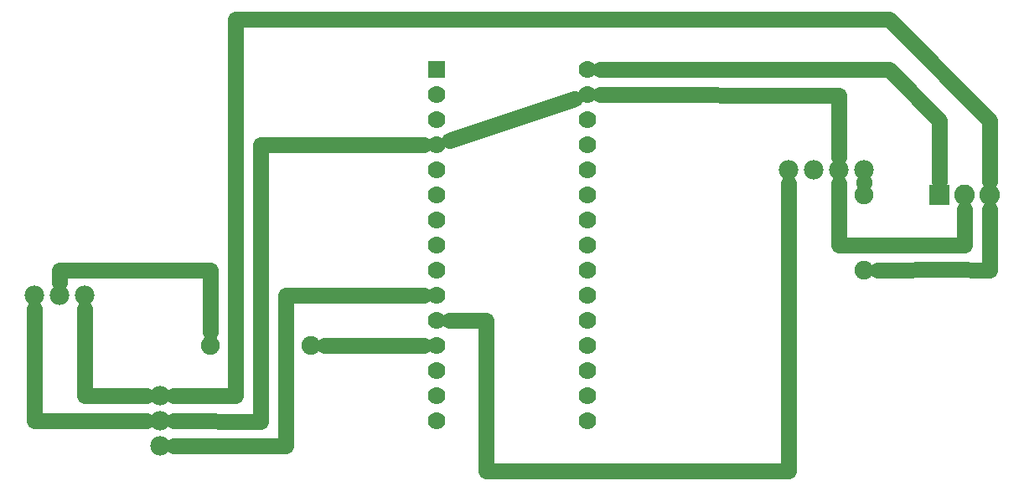
<source format=gbl>
G04 MADE WITH FRITZING*
G04 WWW.FRITZING.ORG*
G04 DOUBLE SIDED*
G04 HOLES PLATED*
G04 CONTOUR ON CENTER OF CONTOUR VECTOR*
%ASAXBY*%
%FSLAX23Y23*%
%MOIN*%
%OFA0B0*%
%SFA1.0B1.0*%
%ADD10C,0.075000*%
%ADD11C,0.082000*%
%ADD12C,0.078000*%
%ADD13C,0.070000*%
%ADD14R,0.082000X0.082000*%
%ADD15R,0.069972X0.070000*%
%ADD16C,0.064000*%
%LNCOPPER0*%
G90*
G70*
G54D10*
X3391Y1391D03*
X3391Y1091D03*
G54D11*
X3691Y1391D03*
X3791Y1391D03*
X3891Y1391D03*
G54D12*
X591Y591D03*
X591Y491D03*
X591Y391D03*
X291Y991D03*
X191Y991D03*
X91Y991D03*
G54D10*
X791Y791D03*
X1191Y791D03*
G54D12*
X3391Y1491D03*
X3291Y1491D03*
X3191Y1491D03*
X3091Y1491D03*
G54D13*
X1691Y1891D03*
X1691Y1791D03*
X1691Y1691D03*
X1691Y1591D03*
X1691Y1491D03*
X1691Y1391D03*
X1691Y1291D03*
X1691Y1191D03*
X1691Y1091D03*
X1691Y991D03*
X1691Y891D03*
X1691Y791D03*
X1691Y691D03*
X1691Y591D03*
X1691Y491D03*
X2291Y1891D03*
X2291Y1791D03*
X2291Y1691D03*
X2291Y1591D03*
X2291Y1491D03*
X2291Y1391D03*
X2291Y1291D03*
X2291Y1191D03*
X2291Y1091D03*
X2291Y991D03*
X2291Y891D03*
X2291Y791D03*
X2291Y691D03*
X2291Y591D03*
X2291Y491D03*
G54D14*
X3691Y1391D03*
G54D15*
X1691Y1891D03*
G54D16*
X3893Y1688D02*
X3892Y1445D01*
D02*
X3492Y2090D02*
X3893Y1688D01*
D02*
X3732Y1095D02*
X3446Y1091D01*
D02*
X3891Y1091D02*
X3732Y1095D01*
D02*
X3891Y1336D02*
X3891Y1091D01*
D02*
X3391Y1438D02*
X3391Y1445D01*
D02*
X3492Y1891D02*
X2343Y1891D01*
D02*
X3690Y1688D02*
X3492Y1891D01*
D02*
X3691Y1445D02*
X3690Y1688D01*
D02*
X891Y591D02*
X644Y591D01*
D02*
X893Y2091D02*
X891Y591D01*
D02*
X3492Y2090D02*
X893Y2091D01*
D02*
X1090Y392D02*
X1090Y991D01*
D02*
X644Y391D02*
X1090Y392D01*
D02*
X993Y1591D02*
X993Y489D01*
D02*
X993Y489D02*
X644Y490D01*
D02*
X1640Y1591D02*
X993Y1591D01*
D02*
X2243Y1774D02*
X1740Y1607D01*
D02*
X3790Y1192D02*
X3290Y1192D01*
D02*
X3791Y1336D02*
X3790Y1192D01*
D02*
X290Y591D02*
X539Y591D01*
D02*
X291Y938D02*
X290Y591D01*
D02*
X90Y491D02*
X539Y491D01*
D02*
X91Y938D02*
X90Y491D01*
D02*
X1640Y791D02*
X1246Y791D01*
D02*
X791Y1090D02*
X791Y845D01*
D02*
X191Y1090D02*
X791Y1090D01*
D02*
X191Y1043D02*
X191Y1090D01*
D02*
X1090Y991D02*
X1640Y991D01*
D02*
X3290Y1192D02*
X3291Y1438D01*
D02*
X3293Y1788D02*
X3292Y1543D01*
D02*
X2343Y1790D02*
X3293Y1788D01*
D02*
X3091Y290D02*
X1889Y290D01*
D02*
X1889Y290D02*
X1889Y891D01*
D02*
X1889Y891D02*
X1743Y891D01*
D02*
X3091Y1438D02*
X3091Y290D01*
G04 End of Copper0*
M02*
</source>
